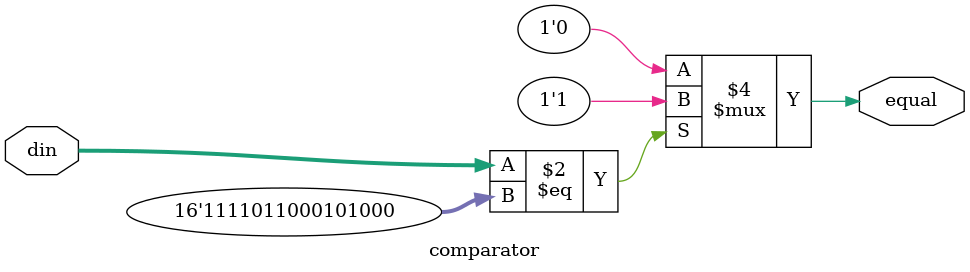
<source format=v>
/* Chen Grapel. Verilog Course Exercise 8: 16-bit comparator . Filename: comparator.v */
`timescale 1ns / 100ps// result evaluated every 1nsec with 100psec resolution

module comparator(din,equal);// module name and ports list

input wire [15:0] din;// input port - data in
output reg equal;// output port- if data in is equal to F628(hex), equal is 1, else 0

always @(*)// the implementation
	begin
		if(din==16'hF628)
			equal=1'b1;
		else
			equal=1'b0;
	end

endmodule

</source>
